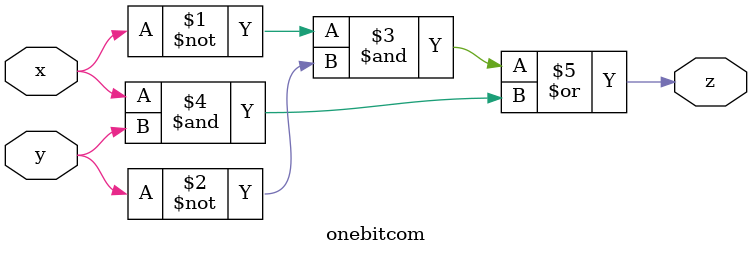
<source format=v>
module onebitcom(
    input x,
    input y,
    output z
);

assign z = (~x & ~y)| (x&y); 

endmodule
</source>
